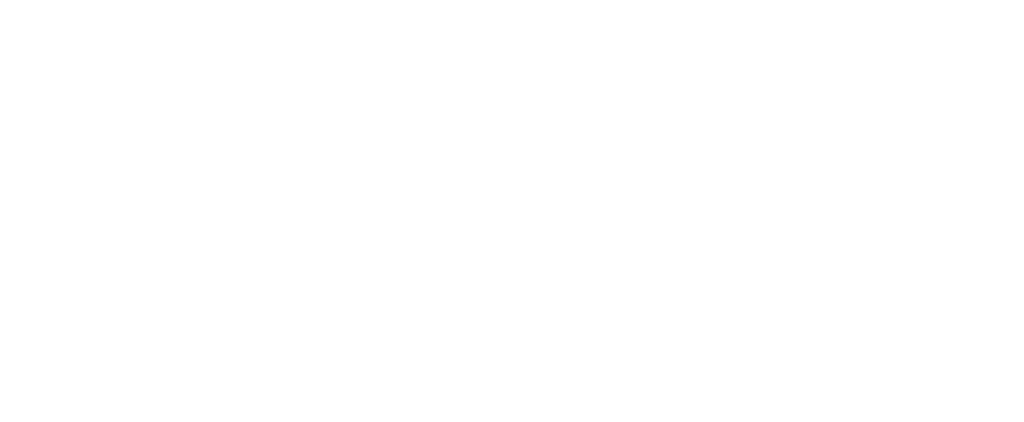
<source format=kicad_pcb>
(kicad_pcb (version 20240108) (generator pcbnew)
  (layers (0 "F.Cu" signal) (31 "B.Cu" signal) (34 "B.Paste" user) (35 "F.Paste" user) (36 "B.SilkS" user "B.Silkscreen") (37 "F.SilkS" user "F.Silkscreen") (38 "B.Mask" user) (39 "F.Mask" user) (44 "Edge.Cuts" user))
  (net 0 "")
  (footprint "MountingHole_6.4mm_M6_Pad_Via" (layer "F.Cu") (at 0 0)
    (property "Reference" "REF**")
    (property "Value" "MountingHole_6.4mm_M6_Pad_Via")
    (pad "1" thru_hole circle (at -4.8 0) (size 0.9 0.9) (drill 0.6) (layers *.Cu *.Mask) (remove_unused_layers))
    (pad "1" thru_hole circle (at -3.394113 -3.394113) (size 0.9 0.9) (drill 0.6) (layers *.Cu *.Mask) (remove_unused_layers))
    (pad "1" thru_hole circle (at -3.394113 3.394113) (size 0.9 0.9) (drill 0.6) (layers *.Cu *.Mask) (remove_unused_layers))
    (pad "1" thru_hole circle (at 0 -4.8) (size 0.9 0.9) (drill 0.6) (layers *.Cu *.Mask) (remove_unused_layers))
    (pad "1" thru_hole circle (at 0 0) (size 12.8 12.8) (drill 6.4) (layers *.Cu *.Mask) (remove_unused_layers))
    (pad "1" thru_hole circle (at 0 4.8) (size 0.9 0.9) (drill 0.6) (layers *.Cu *.Mask) (remove_unused_layers))
    (pad "1" thru_hole circle (at 3.394113 -3.394113) (size 0.9 0.9) (drill 0.6) (layers *.Cu *.Mask) (remove_unused_layers))
    (pad "1" thru_hole circle (at 3.394113 3.394113) (size 0.9 0.9) (drill 0.6) (layers *.Cu *.Mask) (remove_unused_layers))
    (pad "1" thru_hole circle (at 4.8 0) (size 0.9 0.9) (drill 0.6) (layers *.Cu *.Mask) (remove_unused_layers))
  )
)
</source>
